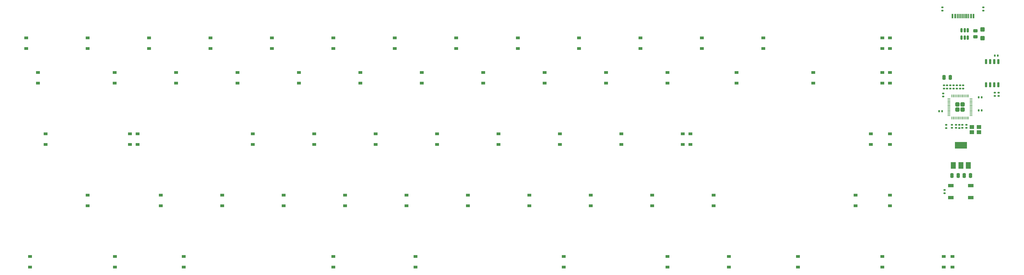
<source format=gbp>
%TF.GenerationSoftware,KiCad,Pcbnew,7.0.11*%
%TF.CreationDate,2024-04-25T10:19:36+05:30*%
%TF.ProjectId,Lexicon 69,4c657869-636f-46e2-9036-392e6b696361,rev?*%
%TF.SameCoordinates,Original*%
%TF.FileFunction,Paste,Bot*%
%TF.FilePolarity,Positive*%
%FSLAX46Y46*%
G04 Gerber Fmt 4.6, Leading zero omitted, Abs format (unit mm)*
G04 Created by KiCad (PCBNEW 7.0.11) date 2024-04-25 10:19:36*
%MOMM*%
%LPD*%
G01*
G04 APERTURE LIST*
G04 Aperture macros list*
%AMRoundRect*
0 Rectangle with rounded corners*
0 $1 Rounding radius*
0 $2 $3 $4 $5 $6 $7 $8 $9 X,Y pos of 4 corners*
0 Add a 4 corners polygon primitive as box body*
4,1,4,$2,$3,$4,$5,$6,$7,$8,$9,$2,$3,0*
0 Add four circle primitives for the rounded corners*
1,1,$1+$1,$2,$3*
1,1,$1+$1,$4,$5*
1,1,$1+$1,$6,$7*
1,1,$1+$1,$8,$9*
0 Add four rect primitives between the rounded corners*
20,1,$1+$1,$2,$3,$4,$5,0*
20,1,$1+$1,$4,$5,$6,$7,0*
20,1,$1+$1,$6,$7,$8,$9,0*
20,1,$1+$1,$8,$9,$2,$3,0*%
G04 Aperture macros list end*
%ADD10RoundRect,0.135000X0.185000X-0.135000X0.185000X0.135000X-0.185000X0.135000X-0.185000X-0.135000X0*%
%ADD11R,1.200000X0.900000*%
%ADD12RoundRect,0.140000X-0.140000X-0.170000X0.140000X-0.170000X0.140000X0.170000X-0.140000X0.170000X0*%
%ADD13RoundRect,0.250000X-0.250000X-0.475000X0.250000X-0.475000X0.250000X0.475000X-0.250000X0.475000X0*%
%ADD14RoundRect,0.140000X-0.170000X0.140000X-0.170000X-0.140000X0.170000X-0.140000X0.170000X0.140000X0*%
%ADD15R,1.400000X1.200000*%
%ADD16R,1.800000X1.100000*%
%ADD17RoundRect,0.140000X0.170000X-0.140000X0.170000X0.140000X-0.170000X0.140000X-0.170000X-0.140000X0*%
%ADD18RoundRect,0.140000X0.140000X0.170000X-0.140000X0.170000X-0.140000X-0.170000X0.140000X-0.170000X0*%
%ADD19RoundRect,0.135000X-0.185000X0.135000X-0.185000X-0.135000X0.185000X-0.135000X0.185000X0.135000X0*%
%ADD20RoundRect,0.250000X0.425000X-0.450000X0.425000X0.450000X-0.425000X0.450000X-0.425000X-0.450000X0*%
%ADD21R,1.500000X2.000000*%
%ADD22R,3.800000X2.000000*%
%ADD23RoundRect,0.249999X0.395001X0.395001X-0.395001X0.395001X-0.395001X-0.395001X0.395001X-0.395001X0*%
%ADD24RoundRect,0.050000X0.387500X0.050000X-0.387500X0.050000X-0.387500X-0.050000X0.387500X-0.050000X0*%
%ADD25RoundRect,0.050000X0.050000X0.387500X-0.050000X0.387500X-0.050000X-0.387500X0.050000X-0.387500X0*%
%ADD26RoundRect,0.150000X0.150000X-0.650000X0.150000X0.650000X-0.150000X0.650000X-0.150000X-0.650000X0*%
%ADD27RoundRect,0.150000X0.150000X-0.512500X0.150000X0.512500X-0.150000X0.512500X-0.150000X-0.512500X0*%
%ADD28R,0.600000X1.450000*%
%ADD29R,0.300000X1.450000*%
%ADD30RoundRect,0.243750X0.456250X-0.243750X0.456250X0.243750X-0.456250X0.243750X-0.456250X-0.243750X0*%
G04 APERTURE END LIST*
D10*
%TO.C,R10*%
X355250000Y-101010000D03*
X355250000Y-99990000D03*
%TD*%
D11*
%TO.C,D57*%
X279796875Y-134081250D03*
X279796875Y-137381250D03*
%TD*%
D10*
%TO.C,R11*%
X354250000Y-101010000D03*
X354250000Y-99990000D03*
%TD*%
D11*
%TO.C,D10*%
X104775000Y-88565625D03*
X104775000Y-85265625D03*
%TD*%
D12*
%TO.C,C94*%
X362020000Y-103750000D03*
X362980000Y-103750000D03*
%TD*%
D11*
%TO.C,D47*%
X251221875Y-115031250D03*
X251221875Y-118331250D03*
%TD*%
%TO.C,D36*%
X219150000Y-88565625D03*
X219150000Y-85265625D03*
%TD*%
%TO.C,D54*%
X284559375Y-153131250D03*
X284559375Y-156431250D03*
%TD*%
D13*
%TO.C,C97*%
X351300000Y-97500000D03*
X353200000Y-97500000D03*
%TD*%
D11*
%TO.C,D16*%
X132159375Y-95981250D03*
X132159375Y-99281250D03*
%TD*%
D14*
%TO.C,C92*%
X355000000Y-112270000D03*
X355000000Y-113230000D03*
%TD*%
D11*
%TO.C,D12*%
X98821875Y-115031250D03*
X98821875Y-118331250D03*
%TD*%
%TO.C,D15*%
X123825000Y-88565625D03*
X123825000Y-85265625D03*
%TD*%
D15*
%TO.C,Y2*%
X359900000Y-112950000D03*
X362100000Y-112950000D03*
X362100000Y-114550000D03*
X359900000Y-114550000D03*
%TD*%
D16*
%TO.C,SW65*%
X359600000Y-131150000D03*
X353400000Y-131150000D03*
X359600000Y-134850000D03*
X353400000Y-134850000D03*
%TD*%
D13*
%TO.C,C84*%
X357582000Y-128000000D03*
X359482000Y-128000000D03*
%TD*%
D11*
%TO.C,D30*%
X175021875Y-115031250D03*
X175021875Y-118331250D03*
%TD*%
%TO.C,D27*%
X146446875Y-134081250D03*
X146446875Y-137381250D03*
%TD*%
%TO.C,D17*%
X101203125Y-115031250D03*
X101203125Y-118331250D03*
%TD*%
%TO.C,D56*%
X310750000Y-95981250D03*
X310750000Y-99281250D03*
%TD*%
%TO.C,D22*%
X127396875Y-134081250D03*
X127396875Y-137381250D03*
%TD*%
%TO.C,D26*%
X155971875Y-115031250D03*
X155971875Y-118331250D03*
%TD*%
%TO.C,D35*%
X184546875Y-134081250D03*
X184546875Y-137381250D03*
%TD*%
%TO.C,D6*%
X85709375Y-88565625D03*
X85709375Y-85265625D03*
%TD*%
%TO.C,D45*%
X257175000Y-88565625D03*
X257175000Y-85265625D03*
%TD*%
%TO.C,D74*%
X161925000Y-153131250D03*
X161925000Y-156431250D03*
%TD*%
%TO.C,D43*%
X222646875Y-134081250D03*
X222646875Y-137381250D03*
%TD*%
%TO.C,D60*%
X334565625Y-88565625D03*
X334565625Y-85265625D03*
%TD*%
D17*
%TO.C,C85*%
X353250000Y-100980000D03*
X353250000Y-100020000D03*
%TD*%
D18*
%TO.C,C90*%
X350730000Y-108000000D03*
X349770000Y-108000000D03*
%TD*%
D11*
%TO.C,D55*%
X295275000Y-88565625D03*
X295275000Y-85265625D03*
%TD*%
%TO.C,D133*%
X334565625Y-115031250D03*
X334565625Y-118331250D03*
%TD*%
%TO.C,D1*%
X66675000Y-88565625D03*
X66675000Y-85265625D03*
%TD*%
D19*
%TO.C,R12*%
X356000000Y-112240000D03*
X356000000Y-113260000D03*
%TD*%
D20*
%TO.C,C82*%
X363250000Y-85350000D03*
X363250000Y-82650000D03*
%TD*%
D21*
%TO.C,U4*%
X358800000Y-124900000D03*
X356500000Y-124900000D03*
D22*
X356500000Y-118600000D03*
D21*
X354200000Y-124900000D03*
%TD*%
D11*
%TO.C,D66*%
X332184375Y-95981250D03*
X332184375Y-99281250D03*
%TD*%
%TO.C,D77*%
X305990625Y-153131250D03*
X305990625Y-156431250D03*
%TD*%
%TO.C,D3*%
X72628125Y-115031250D03*
X72628125Y-118331250D03*
%TD*%
%TO.C,D64*%
X334565625Y-134081250D03*
X334565625Y-137381250D03*
%TD*%
%TO.C,D7*%
X94059375Y-95981250D03*
X94059375Y-99281250D03*
%TD*%
%TO.C,D62*%
X323850000Y-134081250D03*
X323850000Y-137381250D03*
%TD*%
%TO.C,D48*%
X241696875Y-134081250D03*
X241696875Y-137381250D03*
%TD*%
%TO.C,D32*%
X200025000Y-88565625D03*
X200025000Y-85265625D03*
%TD*%
D10*
%TO.C,R2*%
X350750000Y-76760000D03*
X350750000Y-75740000D03*
%TD*%
D11*
%TO.C,D37*%
X227409375Y-95981250D03*
X227409375Y-99281250D03*
%TD*%
%TO.C,D53*%
X260746875Y-134081250D03*
X260746875Y-137381250D03*
%TD*%
%TO.C,D70*%
X272653125Y-115031250D03*
X272653125Y-118331250D03*
%TD*%
D14*
%TO.C,C70*%
X351500000Y-132520000D03*
X351500000Y-133480000D03*
%TD*%
D11*
%TO.C,D20*%
X151209375Y-95981250D03*
X151209375Y-99281250D03*
%TD*%
D18*
%TO.C,C89*%
X367980000Y-90750000D03*
X367020000Y-90750000D03*
%TD*%
D11*
%TO.C,D46*%
X265509375Y-95981250D03*
X265509375Y-99281250D03*
%TD*%
%TO.C,D14*%
X94115625Y-153131250D03*
X94115625Y-156431250D03*
%TD*%
%TO.C,D50*%
X276225000Y-88565625D03*
X276225000Y-85265625D03*
%TD*%
D12*
%TO.C,C93*%
X362020000Y-107750000D03*
X362980000Y-107750000D03*
%TD*%
D10*
%TO.C,R14*%
X367000000Y-103260000D03*
X367000000Y-102240000D03*
%TD*%
D11*
%TO.C,D28*%
X180975000Y-88565625D03*
X180975000Y-85265625D03*
%TD*%
%TO.C,D2*%
X70246875Y-95981250D03*
X70246875Y-99281250D03*
%TD*%
D23*
%TO.C,U5*%
X357050000Y-107550000D03*
X357050000Y-105950000D03*
X355450000Y-107550000D03*
X355450000Y-105950000D03*
D24*
X359687500Y-104150000D03*
X359687500Y-104550000D03*
X359687500Y-104950000D03*
X359687500Y-105350000D03*
X359687500Y-105750000D03*
X359687500Y-106150000D03*
X359687500Y-106550000D03*
X359687500Y-106950000D03*
X359687500Y-107350000D03*
X359687500Y-107750000D03*
X359687500Y-108150000D03*
X359687500Y-108550000D03*
X359687500Y-108950000D03*
X359687500Y-109350000D03*
D25*
X358850000Y-110187500D03*
X358450000Y-110187500D03*
X358050000Y-110187500D03*
X357650000Y-110187500D03*
X357250000Y-110187500D03*
X356850000Y-110187500D03*
X356450000Y-110187500D03*
X356050000Y-110187500D03*
X355650000Y-110187500D03*
X355250000Y-110187500D03*
X354850000Y-110187500D03*
X354450000Y-110187500D03*
X354050000Y-110187500D03*
X353650000Y-110187500D03*
D24*
X352812500Y-109350000D03*
X352812500Y-108950000D03*
X352812500Y-108550000D03*
X352812500Y-108150000D03*
X352812500Y-107750000D03*
X352812500Y-107350000D03*
X352812500Y-106950000D03*
X352812500Y-106550000D03*
X352812500Y-106150000D03*
X352812500Y-105750000D03*
X352812500Y-105350000D03*
X352812500Y-104950000D03*
X352812500Y-104550000D03*
X352812500Y-104150000D03*
D25*
X353650000Y-103312500D03*
X354050000Y-103312500D03*
X354450000Y-103312500D03*
X354850000Y-103312500D03*
X355250000Y-103312500D03*
X355650000Y-103312500D03*
X356050000Y-103312500D03*
X356450000Y-103312500D03*
X356850000Y-103312500D03*
X357250000Y-103312500D03*
X357650000Y-103312500D03*
X358050000Y-103312500D03*
X358450000Y-103312500D03*
X358850000Y-103312500D03*
%TD*%
D10*
%TO.C,R7*%
X352000000Y-113260000D03*
X352000000Y-112240000D03*
%TD*%
D11*
%TO.C,D72*%
X233362500Y-153131250D03*
X233362500Y-156431250D03*
%TD*%
%TO.C,D49*%
X265509375Y-153131250D03*
X265509375Y-156431250D03*
%TD*%
D14*
%TO.C,C80*%
X358250000Y-112270000D03*
X358250000Y-113230000D03*
%TD*%
D11*
%TO.C,D41*%
X246459375Y-95981250D03*
X246459375Y-99281250D03*
%TD*%
%TO.C,D52*%
X270271875Y-115031250D03*
X270271875Y-118331250D03*
%TD*%
D17*
%TO.C,C95*%
X356250000Y-100980000D03*
X356250000Y-100020000D03*
%TD*%
D26*
%TO.C,U6*%
X368155000Y-99850000D03*
X366885000Y-99850000D03*
X365615000Y-99850000D03*
X364345000Y-99850000D03*
X364345000Y-92650000D03*
X365615000Y-92650000D03*
X366885000Y-92650000D03*
X368155000Y-92650000D03*
%TD*%
D11*
%TO.C,D58*%
X332184375Y-153131250D03*
X332184375Y-156431250D03*
%TD*%
%TO.C,D31*%
X165496875Y-134081250D03*
X165496875Y-137381250D03*
%TD*%
%TO.C,D23*%
X187365625Y-153131250D03*
X187365625Y-156431250D03*
%TD*%
%TO.C,D73*%
X115490625Y-153131250D03*
X115490625Y-156431250D03*
%TD*%
%TO.C,D61*%
X328612500Y-115031250D03*
X328612500Y-118331250D03*
%TD*%
D27*
%TO.C,U2*%
X358650000Y-85137500D03*
X357700000Y-85137500D03*
X356750000Y-85137500D03*
X356750000Y-82862500D03*
X357700000Y-82862500D03*
X358650000Y-82862500D03*
%TD*%
D11*
%TO.C,D19*%
X142875000Y-88565625D03*
X142875000Y-85265625D03*
%TD*%
%TO.C,D4*%
X85725000Y-134081250D03*
X85725000Y-137381250D03*
%TD*%
%TO.C,D24*%
X161925000Y-88565625D03*
X161925000Y-85265625D03*
%TD*%
%TO.C,D11*%
X113109375Y-95981250D03*
X113109375Y-99281250D03*
%TD*%
D17*
%TO.C,C88*%
X357250000Y-100980000D03*
X357250000Y-100020000D03*
%TD*%
D11*
%TO.C,D38*%
X213121875Y-115031250D03*
X213121875Y-118331250D03*
%TD*%
D28*
%TO.C,J2*%
X353937500Y-78485000D03*
X354737500Y-78485000D03*
D29*
X355937500Y-78485000D03*
X356937500Y-78485000D03*
X357437500Y-78485000D03*
X358437500Y-78485000D03*
D28*
X359637500Y-78485000D03*
X360437500Y-78485000D03*
X360437500Y-78485000D03*
X359637500Y-78485000D03*
D29*
X358937500Y-78485000D03*
X357937500Y-78485000D03*
X356437500Y-78485000D03*
X355437500Y-78485000D03*
D28*
X354737500Y-78485000D03*
X353937500Y-78485000D03*
%TD*%
D11*
%TO.C,D33*%
X208359375Y-95981250D03*
X208359375Y-99281250D03*
%TD*%
D17*
%TO.C,C91*%
X351250000Y-100980000D03*
X351250000Y-100020000D03*
%TD*%
D11*
%TO.C,D39*%
X203596875Y-134081250D03*
X203596875Y-137381250D03*
%TD*%
D13*
%TO.C,C83*%
X353772000Y-128000000D03*
X355672000Y-128000000D03*
%TD*%
D11*
%TO.C,D132*%
X334565625Y-95981250D03*
X334565625Y-99281250D03*
%TD*%
%TO.C,D51*%
X286940625Y-95981250D03*
X286940625Y-99281250D03*
%TD*%
%TO.C,D40*%
X238125000Y-88565625D03*
X238125000Y-85265625D03*
%TD*%
%TO.C,D5*%
X67865625Y-153131250D03*
X67865625Y-156431250D03*
%TD*%
%TO.C,D25*%
X170259375Y-95981250D03*
X170259375Y-99281250D03*
%TD*%
%TO.C,D34*%
X194071875Y-115031250D03*
X194071875Y-118331250D03*
%TD*%
D30*
%TO.C,F1*%
X361000000Y-84937500D03*
X361000000Y-83062500D03*
%TD*%
D11*
%TO.C,D42*%
X232171875Y-115031250D03*
X232171875Y-118331250D03*
%TD*%
D10*
%TO.C,R1*%
X363500000Y-76760000D03*
X363500000Y-75740000D03*
%TD*%
D11*
%TO.C,D21*%
X136921875Y-115031250D03*
X136921875Y-118331250D03*
%TD*%
%TO.C,D65*%
X332184375Y-88565625D03*
X332184375Y-85265625D03*
%TD*%
%TO.C,D18*%
X108346875Y-134081250D03*
X108346875Y-137381250D03*
%TD*%
D17*
%TO.C,C96*%
X351000000Y-103480000D03*
X351000000Y-102520000D03*
%TD*%
D14*
%TO.C,C87*%
X353750000Y-112270000D03*
X353750000Y-113230000D03*
%TD*%
%TO.C,C81*%
X357000000Y-112270000D03*
X357000000Y-113230000D03*
%TD*%
D10*
%TO.C,R13*%
X368250000Y-103260000D03*
X368250000Y-102240000D03*
%TD*%
D11*
%TO.C,D134*%
X353915625Y-153131250D03*
X353915625Y-156431250D03*
%TD*%
%TO.C,D63*%
X351234375Y-153131250D03*
X351234375Y-156431250D03*
%TD*%
%TO.C,D29*%
X189309375Y-95981250D03*
X189309375Y-99281250D03*
%TD*%
D17*
%TO.C,C86*%
X352250000Y-100980000D03*
X352250000Y-100020000D03*
%TD*%
M02*

</source>
